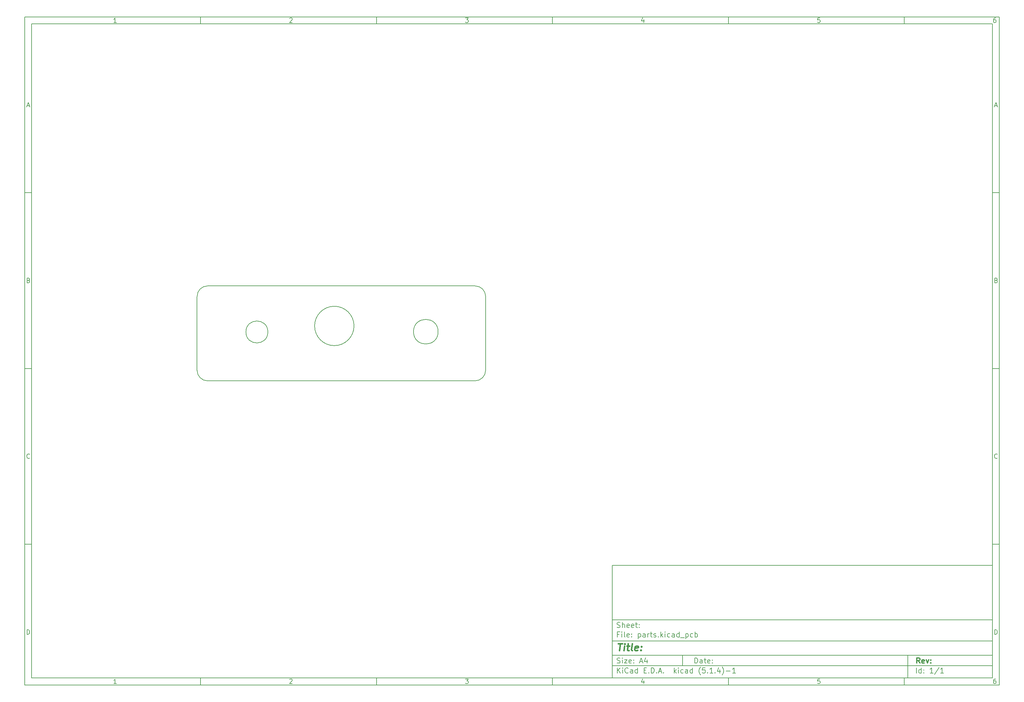
<source format=gm1>
G04 #@! TF.GenerationSoftware,KiCad,Pcbnew,(5.1.4)-1*
G04 #@! TF.CreationDate,2020-02-22T21:07:06+08:00*
G04 #@! TF.ProjectId,parts,70617274-732e-46b6-9963-61645f706362,rev?*
G04 #@! TF.SameCoordinates,Original*
G04 #@! TF.FileFunction,Profile,NP*
%FSLAX46Y46*%
G04 Gerber Fmt 4.6, Leading zero omitted, Abs format (unit mm)*
G04 Created by KiCad (PCBNEW (5.1.4)-1) date 2020-02-22 21:07:06*
%MOMM*%
%LPD*%
G04 APERTURE LIST*
%ADD10C,0.150000*%
%ADD11C,0.300000*%
%ADD12C,0.400000*%
G04 APERTURE END LIST*
D10*
X177002200Y-166007200D02*
X177002200Y-198007200D01*
X285002200Y-198007200D01*
X285002200Y-166007200D01*
X177002200Y-166007200D01*
X10000000Y-10000000D02*
X10000000Y-200007200D01*
X287002200Y-200007200D01*
X287002200Y-10000000D01*
X10000000Y-10000000D01*
X12000000Y-12000000D02*
X12000000Y-198007200D01*
X285002200Y-198007200D01*
X285002200Y-12000000D01*
X12000000Y-12000000D01*
X60000000Y-12000000D02*
X60000000Y-10000000D01*
X110000000Y-12000000D02*
X110000000Y-10000000D01*
X160000000Y-12000000D02*
X160000000Y-10000000D01*
X210000000Y-12000000D02*
X210000000Y-10000000D01*
X260000000Y-12000000D02*
X260000000Y-10000000D01*
X36065476Y-11588095D02*
X35322619Y-11588095D01*
X35694047Y-11588095D02*
X35694047Y-10288095D01*
X35570238Y-10473809D01*
X35446428Y-10597619D01*
X35322619Y-10659523D01*
X85322619Y-10411904D02*
X85384523Y-10350000D01*
X85508333Y-10288095D01*
X85817857Y-10288095D01*
X85941666Y-10350000D01*
X86003571Y-10411904D01*
X86065476Y-10535714D01*
X86065476Y-10659523D01*
X86003571Y-10845238D01*
X85260714Y-11588095D01*
X86065476Y-11588095D01*
X135260714Y-10288095D02*
X136065476Y-10288095D01*
X135632142Y-10783333D01*
X135817857Y-10783333D01*
X135941666Y-10845238D01*
X136003571Y-10907142D01*
X136065476Y-11030952D01*
X136065476Y-11340476D01*
X136003571Y-11464285D01*
X135941666Y-11526190D01*
X135817857Y-11588095D01*
X135446428Y-11588095D01*
X135322619Y-11526190D01*
X135260714Y-11464285D01*
X185941666Y-10721428D02*
X185941666Y-11588095D01*
X185632142Y-10226190D02*
X185322619Y-11154761D01*
X186127380Y-11154761D01*
X236003571Y-10288095D02*
X235384523Y-10288095D01*
X235322619Y-10907142D01*
X235384523Y-10845238D01*
X235508333Y-10783333D01*
X235817857Y-10783333D01*
X235941666Y-10845238D01*
X236003571Y-10907142D01*
X236065476Y-11030952D01*
X236065476Y-11340476D01*
X236003571Y-11464285D01*
X235941666Y-11526190D01*
X235817857Y-11588095D01*
X235508333Y-11588095D01*
X235384523Y-11526190D01*
X235322619Y-11464285D01*
X285941666Y-10288095D02*
X285694047Y-10288095D01*
X285570238Y-10350000D01*
X285508333Y-10411904D01*
X285384523Y-10597619D01*
X285322619Y-10845238D01*
X285322619Y-11340476D01*
X285384523Y-11464285D01*
X285446428Y-11526190D01*
X285570238Y-11588095D01*
X285817857Y-11588095D01*
X285941666Y-11526190D01*
X286003571Y-11464285D01*
X286065476Y-11340476D01*
X286065476Y-11030952D01*
X286003571Y-10907142D01*
X285941666Y-10845238D01*
X285817857Y-10783333D01*
X285570238Y-10783333D01*
X285446428Y-10845238D01*
X285384523Y-10907142D01*
X285322619Y-11030952D01*
X60000000Y-198007200D02*
X60000000Y-200007200D01*
X110000000Y-198007200D02*
X110000000Y-200007200D01*
X160000000Y-198007200D02*
X160000000Y-200007200D01*
X210000000Y-198007200D02*
X210000000Y-200007200D01*
X260000000Y-198007200D02*
X260000000Y-200007200D01*
X36065476Y-199595295D02*
X35322619Y-199595295D01*
X35694047Y-199595295D02*
X35694047Y-198295295D01*
X35570238Y-198481009D01*
X35446428Y-198604819D01*
X35322619Y-198666723D01*
X85322619Y-198419104D02*
X85384523Y-198357200D01*
X85508333Y-198295295D01*
X85817857Y-198295295D01*
X85941666Y-198357200D01*
X86003571Y-198419104D01*
X86065476Y-198542914D01*
X86065476Y-198666723D01*
X86003571Y-198852438D01*
X85260714Y-199595295D01*
X86065476Y-199595295D01*
X135260714Y-198295295D02*
X136065476Y-198295295D01*
X135632142Y-198790533D01*
X135817857Y-198790533D01*
X135941666Y-198852438D01*
X136003571Y-198914342D01*
X136065476Y-199038152D01*
X136065476Y-199347676D01*
X136003571Y-199471485D01*
X135941666Y-199533390D01*
X135817857Y-199595295D01*
X135446428Y-199595295D01*
X135322619Y-199533390D01*
X135260714Y-199471485D01*
X185941666Y-198728628D02*
X185941666Y-199595295D01*
X185632142Y-198233390D02*
X185322619Y-199161961D01*
X186127380Y-199161961D01*
X236003571Y-198295295D02*
X235384523Y-198295295D01*
X235322619Y-198914342D01*
X235384523Y-198852438D01*
X235508333Y-198790533D01*
X235817857Y-198790533D01*
X235941666Y-198852438D01*
X236003571Y-198914342D01*
X236065476Y-199038152D01*
X236065476Y-199347676D01*
X236003571Y-199471485D01*
X235941666Y-199533390D01*
X235817857Y-199595295D01*
X235508333Y-199595295D01*
X235384523Y-199533390D01*
X235322619Y-199471485D01*
X285941666Y-198295295D02*
X285694047Y-198295295D01*
X285570238Y-198357200D01*
X285508333Y-198419104D01*
X285384523Y-198604819D01*
X285322619Y-198852438D01*
X285322619Y-199347676D01*
X285384523Y-199471485D01*
X285446428Y-199533390D01*
X285570238Y-199595295D01*
X285817857Y-199595295D01*
X285941666Y-199533390D01*
X286003571Y-199471485D01*
X286065476Y-199347676D01*
X286065476Y-199038152D01*
X286003571Y-198914342D01*
X285941666Y-198852438D01*
X285817857Y-198790533D01*
X285570238Y-198790533D01*
X285446428Y-198852438D01*
X285384523Y-198914342D01*
X285322619Y-199038152D01*
X10000000Y-60000000D02*
X12000000Y-60000000D01*
X10000000Y-110000000D02*
X12000000Y-110000000D01*
X10000000Y-160000000D02*
X12000000Y-160000000D01*
X10690476Y-35216666D02*
X11309523Y-35216666D01*
X10566666Y-35588095D02*
X11000000Y-34288095D01*
X11433333Y-35588095D01*
X11092857Y-84907142D02*
X11278571Y-84969047D01*
X11340476Y-85030952D01*
X11402380Y-85154761D01*
X11402380Y-85340476D01*
X11340476Y-85464285D01*
X11278571Y-85526190D01*
X11154761Y-85588095D01*
X10659523Y-85588095D01*
X10659523Y-84288095D01*
X11092857Y-84288095D01*
X11216666Y-84350000D01*
X11278571Y-84411904D01*
X11340476Y-84535714D01*
X11340476Y-84659523D01*
X11278571Y-84783333D01*
X11216666Y-84845238D01*
X11092857Y-84907142D01*
X10659523Y-84907142D01*
X11402380Y-135464285D02*
X11340476Y-135526190D01*
X11154761Y-135588095D01*
X11030952Y-135588095D01*
X10845238Y-135526190D01*
X10721428Y-135402380D01*
X10659523Y-135278571D01*
X10597619Y-135030952D01*
X10597619Y-134845238D01*
X10659523Y-134597619D01*
X10721428Y-134473809D01*
X10845238Y-134350000D01*
X11030952Y-134288095D01*
X11154761Y-134288095D01*
X11340476Y-134350000D01*
X11402380Y-134411904D01*
X10659523Y-185588095D02*
X10659523Y-184288095D01*
X10969047Y-184288095D01*
X11154761Y-184350000D01*
X11278571Y-184473809D01*
X11340476Y-184597619D01*
X11402380Y-184845238D01*
X11402380Y-185030952D01*
X11340476Y-185278571D01*
X11278571Y-185402380D01*
X11154761Y-185526190D01*
X10969047Y-185588095D01*
X10659523Y-185588095D01*
X287002200Y-60000000D02*
X285002200Y-60000000D01*
X287002200Y-110000000D02*
X285002200Y-110000000D01*
X287002200Y-160000000D02*
X285002200Y-160000000D01*
X285692676Y-35216666D02*
X286311723Y-35216666D01*
X285568866Y-35588095D02*
X286002200Y-34288095D01*
X286435533Y-35588095D01*
X286095057Y-84907142D02*
X286280771Y-84969047D01*
X286342676Y-85030952D01*
X286404580Y-85154761D01*
X286404580Y-85340476D01*
X286342676Y-85464285D01*
X286280771Y-85526190D01*
X286156961Y-85588095D01*
X285661723Y-85588095D01*
X285661723Y-84288095D01*
X286095057Y-84288095D01*
X286218866Y-84350000D01*
X286280771Y-84411904D01*
X286342676Y-84535714D01*
X286342676Y-84659523D01*
X286280771Y-84783333D01*
X286218866Y-84845238D01*
X286095057Y-84907142D01*
X285661723Y-84907142D01*
X286404580Y-135464285D02*
X286342676Y-135526190D01*
X286156961Y-135588095D01*
X286033152Y-135588095D01*
X285847438Y-135526190D01*
X285723628Y-135402380D01*
X285661723Y-135278571D01*
X285599819Y-135030952D01*
X285599819Y-134845238D01*
X285661723Y-134597619D01*
X285723628Y-134473809D01*
X285847438Y-134350000D01*
X286033152Y-134288095D01*
X286156961Y-134288095D01*
X286342676Y-134350000D01*
X286404580Y-134411904D01*
X285661723Y-185588095D02*
X285661723Y-184288095D01*
X285971247Y-184288095D01*
X286156961Y-184350000D01*
X286280771Y-184473809D01*
X286342676Y-184597619D01*
X286404580Y-184845238D01*
X286404580Y-185030952D01*
X286342676Y-185278571D01*
X286280771Y-185402380D01*
X286156961Y-185526190D01*
X285971247Y-185588095D01*
X285661723Y-185588095D01*
X200434342Y-193785771D02*
X200434342Y-192285771D01*
X200791485Y-192285771D01*
X201005771Y-192357200D01*
X201148628Y-192500057D01*
X201220057Y-192642914D01*
X201291485Y-192928628D01*
X201291485Y-193142914D01*
X201220057Y-193428628D01*
X201148628Y-193571485D01*
X201005771Y-193714342D01*
X200791485Y-193785771D01*
X200434342Y-193785771D01*
X202577200Y-193785771D02*
X202577200Y-193000057D01*
X202505771Y-192857200D01*
X202362914Y-192785771D01*
X202077200Y-192785771D01*
X201934342Y-192857200D01*
X202577200Y-193714342D02*
X202434342Y-193785771D01*
X202077200Y-193785771D01*
X201934342Y-193714342D01*
X201862914Y-193571485D01*
X201862914Y-193428628D01*
X201934342Y-193285771D01*
X202077200Y-193214342D01*
X202434342Y-193214342D01*
X202577200Y-193142914D01*
X203077200Y-192785771D02*
X203648628Y-192785771D01*
X203291485Y-192285771D02*
X203291485Y-193571485D01*
X203362914Y-193714342D01*
X203505771Y-193785771D01*
X203648628Y-193785771D01*
X204720057Y-193714342D02*
X204577200Y-193785771D01*
X204291485Y-193785771D01*
X204148628Y-193714342D01*
X204077200Y-193571485D01*
X204077200Y-193000057D01*
X204148628Y-192857200D01*
X204291485Y-192785771D01*
X204577200Y-192785771D01*
X204720057Y-192857200D01*
X204791485Y-193000057D01*
X204791485Y-193142914D01*
X204077200Y-193285771D01*
X205434342Y-193642914D02*
X205505771Y-193714342D01*
X205434342Y-193785771D01*
X205362914Y-193714342D01*
X205434342Y-193642914D01*
X205434342Y-193785771D01*
X205434342Y-192857200D02*
X205505771Y-192928628D01*
X205434342Y-193000057D01*
X205362914Y-192928628D01*
X205434342Y-192857200D01*
X205434342Y-193000057D01*
X177002200Y-194507200D02*
X285002200Y-194507200D01*
X178434342Y-196585771D02*
X178434342Y-195085771D01*
X179291485Y-196585771D02*
X178648628Y-195728628D01*
X179291485Y-195085771D02*
X178434342Y-195942914D01*
X179934342Y-196585771D02*
X179934342Y-195585771D01*
X179934342Y-195085771D02*
X179862914Y-195157200D01*
X179934342Y-195228628D01*
X180005771Y-195157200D01*
X179934342Y-195085771D01*
X179934342Y-195228628D01*
X181505771Y-196442914D02*
X181434342Y-196514342D01*
X181220057Y-196585771D01*
X181077200Y-196585771D01*
X180862914Y-196514342D01*
X180720057Y-196371485D01*
X180648628Y-196228628D01*
X180577200Y-195942914D01*
X180577200Y-195728628D01*
X180648628Y-195442914D01*
X180720057Y-195300057D01*
X180862914Y-195157200D01*
X181077200Y-195085771D01*
X181220057Y-195085771D01*
X181434342Y-195157200D01*
X181505771Y-195228628D01*
X182791485Y-196585771D02*
X182791485Y-195800057D01*
X182720057Y-195657200D01*
X182577200Y-195585771D01*
X182291485Y-195585771D01*
X182148628Y-195657200D01*
X182791485Y-196514342D02*
X182648628Y-196585771D01*
X182291485Y-196585771D01*
X182148628Y-196514342D01*
X182077200Y-196371485D01*
X182077200Y-196228628D01*
X182148628Y-196085771D01*
X182291485Y-196014342D01*
X182648628Y-196014342D01*
X182791485Y-195942914D01*
X184148628Y-196585771D02*
X184148628Y-195085771D01*
X184148628Y-196514342D02*
X184005771Y-196585771D01*
X183720057Y-196585771D01*
X183577200Y-196514342D01*
X183505771Y-196442914D01*
X183434342Y-196300057D01*
X183434342Y-195871485D01*
X183505771Y-195728628D01*
X183577200Y-195657200D01*
X183720057Y-195585771D01*
X184005771Y-195585771D01*
X184148628Y-195657200D01*
X186005771Y-195800057D02*
X186505771Y-195800057D01*
X186720057Y-196585771D02*
X186005771Y-196585771D01*
X186005771Y-195085771D01*
X186720057Y-195085771D01*
X187362914Y-196442914D02*
X187434342Y-196514342D01*
X187362914Y-196585771D01*
X187291485Y-196514342D01*
X187362914Y-196442914D01*
X187362914Y-196585771D01*
X188077200Y-196585771D02*
X188077200Y-195085771D01*
X188434342Y-195085771D01*
X188648628Y-195157200D01*
X188791485Y-195300057D01*
X188862914Y-195442914D01*
X188934342Y-195728628D01*
X188934342Y-195942914D01*
X188862914Y-196228628D01*
X188791485Y-196371485D01*
X188648628Y-196514342D01*
X188434342Y-196585771D01*
X188077200Y-196585771D01*
X189577200Y-196442914D02*
X189648628Y-196514342D01*
X189577200Y-196585771D01*
X189505771Y-196514342D01*
X189577200Y-196442914D01*
X189577200Y-196585771D01*
X190220057Y-196157200D02*
X190934342Y-196157200D01*
X190077200Y-196585771D02*
X190577200Y-195085771D01*
X191077200Y-196585771D01*
X191577200Y-196442914D02*
X191648628Y-196514342D01*
X191577200Y-196585771D01*
X191505771Y-196514342D01*
X191577200Y-196442914D01*
X191577200Y-196585771D01*
X194577200Y-196585771D02*
X194577200Y-195085771D01*
X194720057Y-196014342D02*
X195148628Y-196585771D01*
X195148628Y-195585771D02*
X194577200Y-196157200D01*
X195791485Y-196585771D02*
X195791485Y-195585771D01*
X195791485Y-195085771D02*
X195720057Y-195157200D01*
X195791485Y-195228628D01*
X195862914Y-195157200D01*
X195791485Y-195085771D01*
X195791485Y-195228628D01*
X197148628Y-196514342D02*
X197005771Y-196585771D01*
X196720057Y-196585771D01*
X196577200Y-196514342D01*
X196505771Y-196442914D01*
X196434342Y-196300057D01*
X196434342Y-195871485D01*
X196505771Y-195728628D01*
X196577200Y-195657200D01*
X196720057Y-195585771D01*
X197005771Y-195585771D01*
X197148628Y-195657200D01*
X198434342Y-196585771D02*
X198434342Y-195800057D01*
X198362914Y-195657200D01*
X198220057Y-195585771D01*
X197934342Y-195585771D01*
X197791485Y-195657200D01*
X198434342Y-196514342D02*
X198291485Y-196585771D01*
X197934342Y-196585771D01*
X197791485Y-196514342D01*
X197720057Y-196371485D01*
X197720057Y-196228628D01*
X197791485Y-196085771D01*
X197934342Y-196014342D01*
X198291485Y-196014342D01*
X198434342Y-195942914D01*
X199791485Y-196585771D02*
X199791485Y-195085771D01*
X199791485Y-196514342D02*
X199648628Y-196585771D01*
X199362914Y-196585771D01*
X199220057Y-196514342D01*
X199148628Y-196442914D01*
X199077200Y-196300057D01*
X199077200Y-195871485D01*
X199148628Y-195728628D01*
X199220057Y-195657200D01*
X199362914Y-195585771D01*
X199648628Y-195585771D01*
X199791485Y-195657200D01*
X202077200Y-197157200D02*
X202005771Y-197085771D01*
X201862914Y-196871485D01*
X201791485Y-196728628D01*
X201720057Y-196514342D01*
X201648628Y-196157200D01*
X201648628Y-195871485D01*
X201720057Y-195514342D01*
X201791485Y-195300057D01*
X201862914Y-195157200D01*
X202005771Y-194942914D01*
X202077200Y-194871485D01*
X203362914Y-195085771D02*
X202648628Y-195085771D01*
X202577200Y-195800057D01*
X202648628Y-195728628D01*
X202791485Y-195657200D01*
X203148628Y-195657200D01*
X203291485Y-195728628D01*
X203362914Y-195800057D01*
X203434342Y-195942914D01*
X203434342Y-196300057D01*
X203362914Y-196442914D01*
X203291485Y-196514342D01*
X203148628Y-196585771D01*
X202791485Y-196585771D01*
X202648628Y-196514342D01*
X202577200Y-196442914D01*
X204077200Y-196442914D02*
X204148628Y-196514342D01*
X204077200Y-196585771D01*
X204005771Y-196514342D01*
X204077200Y-196442914D01*
X204077200Y-196585771D01*
X205577200Y-196585771D02*
X204720057Y-196585771D01*
X205148628Y-196585771D02*
X205148628Y-195085771D01*
X205005771Y-195300057D01*
X204862914Y-195442914D01*
X204720057Y-195514342D01*
X206220057Y-196442914D02*
X206291485Y-196514342D01*
X206220057Y-196585771D01*
X206148628Y-196514342D01*
X206220057Y-196442914D01*
X206220057Y-196585771D01*
X207577200Y-195585771D02*
X207577200Y-196585771D01*
X207220057Y-195014342D02*
X206862914Y-196085771D01*
X207791485Y-196085771D01*
X208220057Y-197157200D02*
X208291485Y-197085771D01*
X208434342Y-196871485D01*
X208505771Y-196728628D01*
X208577200Y-196514342D01*
X208648628Y-196157200D01*
X208648628Y-195871485D01*
X208577200Y-195514342D01*
X208505771Y-195300057D01*
X208434342Y-195157200D01*
X208291485Y-194942914D01*
X208220057Y-194871485D01*
X209362914Y-196014342D02*
X210505771Y-196014342D01*
X212005771Y-196585771D02*
X211148628Y-196585771D01*
X211577200Y-196585771D02*
X211577200Y-195085771D01*
X211434342Y-195300057D01*
X211291485Y-195442914D01*
X211148628Y-195514342D01*
X177002200Y-191507200D02*
X285002200Y-191507200D01*
D11*
X264411485Y-193785771D02*
X263911485Y-193071485D01*
X263554342Y-193785771D02*
X263554342Y-192285771D01*
X264125771Y-192285771D01*
X264268628Y-192357200D01*
X264340057Y-192428628D01*
X264411485Y-192571485D01*
X264411485Y-192785771D01*
X264340057Y-192928628D01*
X264268628Y-193000057D01*
X264125771Y-193071485D01*
X263554342Y-193071485D01*
X265625771Y-193714342D02*
X265482914Y-193785771D01*
X265197200Y-193785771D01*
X265054342Y-193714342D01*
X264982914Y-193571485D01*
X264982914Y-193000057D01*
X265054342Y-192857200D01*
X265197200Y-192785771D01*
X265482914Y-192785771D01*
X265625771Y-192857200D01*
X265697200Y-193000057D01*
X265697200Y-193142914D01*
X264982914Y-193285771D01*
X266197200Y-192785771D02*
X266554342Y-193785771D01*
X266911485Y-192785771D01*
X267482914Y-193642914D02*
X267554342Y-193714342D01*
X267482914Y-193785771D01*
X267411485Y-193714342D01*
X267482914Y-193642914D01*
X267482914Y-193785771D01*
X267482914Y-192857200D02*
X267554342Y-192928628D01*
X267482914Y-193000057D01*
X267411485Y-192928628D01*
X267482914Y-192857200D01*
X267482914Y-193000057D01*
D10*
X178362914Y-193714342D02*
X178577200Y-193785771D01*
X178934342Y-193785771D01*
X179077200Y-193714342D01*
X179148628Y-193642914D01*
X179220057Y-193500057D01*
X179220057Y-193357200D01*
X179148628Y-193214342D01*
X179077200Y-193142914D01*
X178934342Y-193071485D01*
X178648628Y-193000057D01*
X178505771Y-192928628D01*
X178434342Y-192857200D01*
X178362914Y-192714342D01*
X178362914Y-192571485D01*
X178434342Y-192428628D01*
X178505771Y-192357200D01*
X178648628Y-192285771D01*
X179005771Y-192285771D01*
X179220057Y-192357200D01*
X179862914Y-193785771D02*
X179862914Y-192785771D01*
X179862914Y-192285771D02*
X179791485Y-192357200D01*
X179862914Y-192428628D01*
X179934342Y-192357200D01*
X179862914Y-192285771D01*
X179862914Y-192428628D01*
X180434342Y-192785771D02*
X181220057Y-192785771D01*
X180434342Y-193785771D01*
X181220057Y-193785771D01*
X182362914Y-193714342D02*
X182220057Y-193785771D01*
X181934342Y-193785771D01*
X181791485Y-193714342D01*
X181720057Y-193571485D01*
X181720057Y-193000057D01*
X181791485Y-192857200D01*
X181934342Y-192785771D01*
X182220057Y-192785771D01*
X182362914Y-192857200D01*
X182434342Y-193000057D01*
X182434342Y-193142914D01*
X181720057Y-193285771D01*
X183077200Y-193642914D02*
X183148628Y-193714342D01*
X183077200Y-193785771D01*
X183005771Y-193714342D01*
X183077200Y-193642914D01*
X183077200Y-193785771D01*
X183077200Y-192857200D02*
X183148628Y-192928628D01*
X183077200Y-193000057D01*
X183005771Y-192928628D01*
X183077200Y-192857200D01*
X183077200Y-193000057D01*
X184862914Y-193357200D02*
X185577200Y-193357200D01*
X184720057Y-193785771D02*
X185220057Y-192285771D01*
X185720057Y-193785771D01*
X186862914Y-192785771D02*
X186862914Y-193785771D01*
X186505771Y-192214342D02*
X186148628Y-193285771D01*
X187077200Y-193285771D01*
X263434342Y-196585771D02*
X263434342Y-195085771D01*
X264791485Y-196585771D02*
X264791485Y-195085771D01*
X264791485Y-196514342D02*
X264648628Y-196585771D01*
X264362914Y-196585771D01*
X264220057Y-196514342D01*
X264148628Y-196442914D01*
X264077200Y-196300057D01*
X264077200Y-195871485D01*
X264148628Y-195728628D01*
X264220057Y-195657200D01*
X264362914Y-195585771D01*
X264648628Y-195585771D01*
X264791485Y-195657200D01*
X265505771Y-196442914D02*
X265577200Y-196514342D01*
X265505771Y-196585771D01*
X265434342Y-196514342D01*
X265505771Y-196442914D01*
X265505771Y-196585771D01*
X265505771Y-195657200D02*
X265577200Y-195728628D01*
X265505771Y-195800057D01*
X265434342Y-195728628D01*
X265505771Y-195657200D01*
X265505771Y-195800057D01*
X268148628Y-196585771D02*
X267291485Y-196585771D01*
X267720057Y-196585771D02*
X267720057Y-195085771D01*
X267577200Y-195300057D01*
X267434342Y-195442914D01*
X267291485Y-195514342D01*
X269862914Y-195014342D02*
X268577200Y-196942914D01*
X271148628Y-196585771D02*
X270291485Y-196585771D01*
X270720057Y-196585771D02*
X270720057Y-195085771D01*
X270577200Y-195300057D01*
X270434342Y-195442914D01*
X270291485Y-195514342D01*
X177002200Y-187507200D02*
X285002200Y-187507200D01*
D12*
X178714580Y-188211961D02*
X179857438Y-188211961D01*
X179036009Y-190211961D02*
X179286009Y-188211961D01*
X180274104Y-190211961D02*
X180440771Y-188878628D01*
X180524104Y-188211961D02*
X180416961Y-188307200D01*
X180500295Y-188402438D01*
X180607438Y-188307200D01*
X180524104Y-188211961D01*
X180500295Y-188402438D01*
X181107438Y-188878628D02*
X181869342Y-188878628D01*
X181476485Y-188211961D02*
X181262200Y-189926247D01*
X181333628Y-190116723D01*
X181512200Y-190211961D01*
X181702676Y-190211961D01*
X182655057Y-190211961D02*
X182476485Y-190116723D01*
X182405057Y-189926247D01*
X182619342Y-188211961D01*
X184190771Y-190116723D02*
X183988390Y-190211961D01*
X183607438Y-190211961D01*
X183428866Y-190116723D01*
X183357438Y-189926247D01*
X183452676Y-189164342D01*
X183571723Y-188973866D01*
X183774104Y-188878628D01*
X184155057Y-188878628D01*
X184333628Y-188973866D01*
X184405057Y-189164342D01*
X184381247Y-189354819D01*
X183405057Y-189545295D01*
X185155057Y-190021485D02*
X185238390Y-190116723D01*
X185131247Y-190211961D01*
X185047914Y-190116723D01*
X185155057Y-190021485D01*
X185131247Y-190211961D01*
X185286009Y-188973866D02*
X185369342Y-189069104D01*
X185262200Y-189164342D01*
X185178866Y-189069104D01*
X185286009Y-188973866D01*
X185262200Y-189164342D01*
D10*
X178934342Y-185600057D02*
X178434342Y-185600057D01*
X178434342Y-186385771D02*
X178434342Y-184885771D01*
X179148628Y-184885771D01*
X179720057Y-186385771D02*
X179720057Y-185385771D01*
X179720057Y-184885771D02*
X179648628Y-184957200D01*
X179720057Y-185028628D01*
X179791485Y-184957200D01*
X179720057Y-184885771D01*
X179720057Y-185028628D01*
X180648628Y-186385771D02*
X180505771Y-186314342D01*
X180434342Y-186171485D01*
X180434342Y-184885771D01*
X181791485Y-186314342D02*
X181648628Y-186385771D01*
X181362914Y-186385771D01*
X181220057Y-186314342D01*
X181148628Y-186171485D01*
X181148628Y-185600057D01*
X181220057Y-185457200D01*
X181362914Y-185385771D01*
X181648628Y-185385771D01*
X181791485Y-185457200D01*
X181862914Y-185600057D01*
X181862914Y-185742914D01*
X181148628Y-185885771D01*
X182505771Y-186242914D02*
X182577200Y-186314342D01*
X182505771Y-186385771D01*
X182434342Y-186314342D01*
X182505771Y-186242914D01*
X182505771Y-186385771D01*
X182505771Y-185457200D02*
X182577200Y-185528628D01*
X182505771Y-185600057D01*
X182434342Y-185528628D01*
X182505771Y-185457200D01*
X182505771Y-185600057D01*
X184362914Y-185385771D02*
X184362914Y-186885771D01*
X184362914Y-185457200D02*
X184505771Y-185385771D01*
X184791485Y-185385771D01*
X184934342Y-185457200D01*
X185005771Y-185528628D01*
X185077200Y-185671485D01*
X185077200Y-186100057D01*
X185005771Y-186242914D01*
X184934342Y-186314342D01*
X184791485Y-186385771D01*
X184505771Y-186385771D01*
X184362914Y-186314342D01*
X186362914Y-186385771D02*
X186362914Y-185600057D01*
X186291485Y-185457200D01*
X186148628Y-185385771D01*
X185862914Y-185385771D01*
X185720057Y-185457200D01*
X186362914Y-186314342D02*
X186220057Y-186385771D01*
X185862914Y-186385771D01*
X185720057Y-186314342D01*
X185648628Y-186171485D01*
X185648628Y-186028628D01*
X185720057Y-185885771D01*
X185862914Y-185814342D01*
X186220057Y-185814342D01*
X186362914Y-185742914D01*
X187077200Y-186385771D02*
X187077200Y-185385771D01*
X187077200Y-185671485D02*
X187148628Y-185528628D01*
X187220057Y-185457200D01*
X187362914Y-185385771D01*
X187505771Y-185385771D01*
X187791485Y-185385771D02*
X188362914Y-185385771D01*
X188005771Y-184885771D02*
X188005771Y-186171485D01*
X188077200Y-186314342D01*
X188220057Y-186385771D01*
X188362914Y-186385771D01*
X188791485Y-186314342D02*
X188934342Y-186385771D01*
X189220057Y-186385771D01*
X189362914Y-186314342D01*
X189434342Y-186171485D01*
X189434342Y-186100057D01*
X189362914Y-185957200D01*
X189220057Y-185885771D01*
X189005771Y-185885771D01*
X188862914Y-185814342D01*
X188791485Y-185671485D01*
X188791485Y-185600057D01*
X188862914Y-185457200D01*
X189005771Y-185385771D01*
X189220057Y-185385771D01*
X189362914Y-185457200D01*
X190077200Y-186242914D02*
X190148628Y-186314342D01*
X190077200Y-186385771D01*
X190005771Y-186314342D01*
X190077200Y-186242914D01*
X190077200Y-186385771D01*
X190791485Y-186385771D02*
X190791485Y-184885771D01*
X190934342Y-185814342D02*
X191362914Y-186385771D01*
X191362914Y-185385771D02*
X190791485Y-185957200D01*
X192005771Y-186385771D02*
X192005771Y-185385771D01*
X192005771Y-184885771D02*
X191934342Y-184957200D01*
X192005771Y-185028628D01*
X192077200Y-184957200D01*
X192005771Y-184885771D01*
X192005771Y-185028628D01*
X193362914Y-186314342D02*
X193220057Y-186385771D01*
X192934342Y-186385771D01*
X192791485Y-186314342D01*
X192720057Y-186242914D01*
X192648628Y-186100057D01*
X192648628Y-185671485D01*
X192720057Y-185528628D01*
X192791485Y-185457200D01*
X192934342Y-185385771D01*
X193220057Y-185385771D01*
X193362914Y-185457200D01*
X194648628Y-186385771D02*
X194648628Y-185600057D01*
X194577200Y-185457200D01*
X194434342Y-185385771D01*
X194148628Y-185385771D01*
X194005771Y-185457200D01*
X194648628Y-186314342D02*
X194505771Y-186385771D01*
X194148628Y-186385771D01*
X194005771Y-186314342D01*
X193934342Y-186171485D01*
X193934342Y-186028628D01*
X194005771Y-185885771D01*
X194148628Y-185814342D01*
X194505771Y-185814342D01*
X194648628Y-185742914D01*
X196005771Y-186385771D02*
X196005771Y-184885771D01*
X196005771Y-186314342D02*
X195862914Y-186385771D01*
X195577200Y-186385771D01*
X195434342Y-186314342D01*
X195362914Y-186242914D01*
X195291485Y-186100057D01*
X195291485Y-185671485D01*
X195362914Y-185528628D01*
X195434342Y-185457200D01*
X195577200Y-185385771D01*
X195862914Y-185385771D01*
X196005771Y-185457200D01*
X196362914Y-186528628D02*
X197505771Y-186528628D01*
X197862914Y-185385771D02*
X197862914Y-186885771D01*
X197862914Y-185457200D02*
X198005771Y-185385771D01*
X198291485Y-185385771D01*
X198434342Y-185457200D01*
X198505771Y-185528628D01*
X198577200Y-185671485D01*
X198577200Y-186100057D01*
X198505771Y-186242914D01*
X198434342Y-186314342D01*
X198291485Y-186385771D01*
X198005771Y-186385771D01*
X197862914Y-186314342D01*
X199862914Y-186314342D02*
X199720057Y-186385771D01*
X199434342Y-186385771D01*
X199291485Y-186314342D01*
X199220057Y-186242914D01*
X199148628Y-186100057D01*
X199148628Y-185671485D01*
X199220057Y-185528628D01*
X199291485Y-185457200D01*
X199434342Y-185385771D01*
X199720057Y-185385771D01*
X199862914Y-185457200D01*
X200505771Y-186385771D02*
X200505771Y-184885771D01*
X200505771Y-185457200D02*
X200648628Y-185385771D01*
X200934342Y-185385771D01*
X201077200Y-185457200D01*
X201148628Y-185528628D01*
X201220057Y-185671485D01*
X201220057Y-186100057D01*
X201148628Y-186242914D01*
X201077200Y-186314342D01*
X200934342Y-186385771D01*
X200648628Y-186385771D01*
X200505771Y-186314342D01*
X177002200Y-181507200D02*
X285002200Y-181507200D01*
X178362914Y-183614342D02*
X178577200Y-183685771D01*
X178934342Y-183685771D01*
X179077200Y-183614342D01*
X179148628Y-183542914D01*
X179220057Y-183400057D01*
X179220057Y-183257200D01*
X179148628Y-183114342D01*
X179077200Y-183042914D01*
X178934342Y-182971485D01*
X178648628Y-182900057D01*
X178505771Y-182828628D01*
X178434342Y-182757200D01*
X178362914Y-182614342D01*
X178362914Y-182471485D01*
X178434342Y-182328628D01*
X178505771Y-182257200D01*
X178648628Y-182185771D01*
X179005771Y-182185771D01*
X179220057Y-182257200D01*
X179862914Y-183685771D02*
X179862914Y-182185771D01*
X180505771Y-183685771D02*
X180505771Y-182900057D01*
X180434342Y-182757200D01*
X180291485Y-182685771D01*
X180077200Y-182685771D01*
X179934342Y-182757200D01*
X179862914Y-182828628D01*
X181791485Y-183614342D02*
X181648628Y-183685771D01*
X181362914Y-183685771D01*
X181220057Y-183614342D01*
X181148628Y-183471485D01*
X181148628Y-182900057D01*
X181220057Y-182757200D01*
X181362914Y-182685771D01*
X181648628Y-182685771D01*
X181791485Y-182757200D01*
X181862914Y-182900057D01*
X181862914Y-183042914D01*
X181148628Y-183185771D01*
X183077200Y-183614342D02*
X182934342Y-183685771D01*
X182648628Y-183685771D01*
X182505771Y-183614342D01*
X182434342Y-183471485D01*
X182434342Y-182900057D01*
X182505771Y-182757200D01*
X182648628Y-182685771D01*
X182934342Y-182685771D01*
X183077200Y-182757200D01*
X183148628Y-182900057D01*
X183148628Y-183042914D01*
X182434342Y-183185771D01*
X183577200Y-182685771D02*
X184148628Y-182685771D01*
X183791485Y-182185771D02*
X183791485Y-183471485D01*
X183862914Y-183614342D01*
X184005771Y-183685771D01*
X184148628Y-183685771D01*
X184648628Y-183542914D02*
X184720057Y-183614342D01*
X184648628Y-183685771D01*
X184577200Y-183614342D01*
X184648628Y-183542914D01*
X184648628Y-183685771D01*
X184648628Y-182757200D02*
X184720057Y-182828628D01*
X184648628Y-182900057D01*
X184577200Y-182828628D01*
X184648628Y-182757200D01*
X184648628Y-182900057D01*
X197002200Y-191507200D02*
X197002200Y-194507200D01*
X261002200Y-191507200D02*
X261002200Y-198007200D01*
X138000000Y-113500000D02*
G75*
G03X141000000Y-110500000I0J3000000D01*
G01*
X141000000Y-89500000D02*
G75*
G03X138000000Y-86500000I-3000000J0D01*
G01*
X59000000Y-110500000D02*
G75*
G03X62000000Y-113500000I3000000J0D01*
G01*
X62000000Y-86500000D02*
G75*
G03X59000000Y-89500000I0J-3000000D01*
G01*
X79120000Y-99600000D02*
G75*
G03X79120000Y-99600000I-3120000J0D01*
G01*
X127500000Y-99525000D02*
G75*
G03X127500000Y-99525000I-3500000J0D01*
G01*
X103600000Y-97885000D02*
G75*
G03X103600000Y-97885000I-5600000J0D01*
G01*
X62000000Y-86500000D02*
X138000000Y-86500000D01*
X59000000Y-110500000D02*
X59000000Y-89500000D01*
X138000000Y-113500000D02*
X62000000Y-113500000D01*
X141000000Y-89500000D02*
X141000000Y-110500000D01*
M02*

</source>
